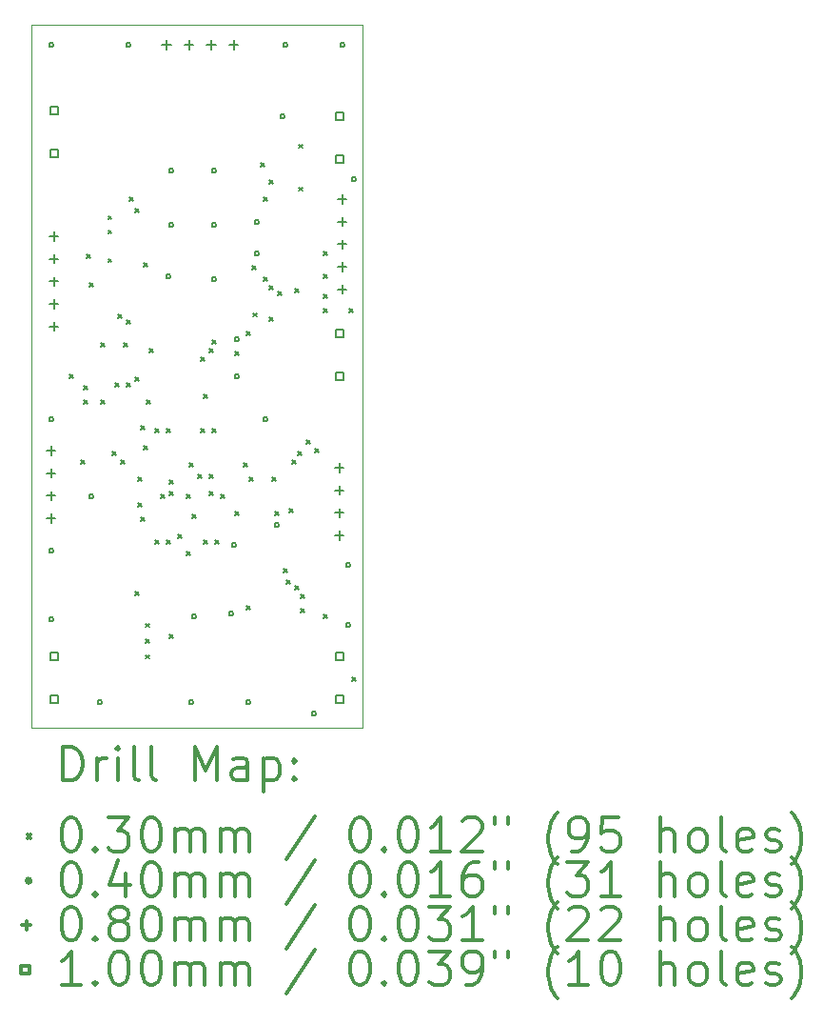
<source format=gbr>
%FSLAX45Y45*%
G04 Gerber Fmt 4.5, Leading zero omitted, Abs format (unit mm)*
G04 Created by KiCad (PCBNEW (5.1.5)-3) date 2021-07-14 18:19:28*
%MOMM*%
%LPD*%
G04 APERTURE LIST*
%TA.AperFunction,Profile*%
%ADD10C,0.050000*%
%TD*%
%ADD11C,0.200000*%
%ADD12C,0.300000*%
G04 APERTURE END LIST*
D10*
X13335000Y-7010400D02*
X13335000Y-13258800D01*
X16281400Y-7010400D02*
X13335000Y-7010400D01*
X16281400Y-13258800D02*
X16281400Y-7010400D01*
X13335000Y-13258800D02*
X16281400Y-13258800D01*
D11*
X13675600Y-10119600D02*
X13705600Y-10149600D01*
X13705600Y-10119600D02*
X13675600Y-10149600D01*
X13777200Y-10881600D02*
X13807200Y-10911600D01*
X13807200Y-10881600D02*
X13777200Y-10911600D01*
X13802600Y-10218900D02*
X13832600Y-10248900D01*
X13832600Y-10218900D02*
X13802600Y-10248900D01*
X13802600Y-10348200D02*
X13832600Y-10378200D01*
X13832600Y-10348200D02*
X13802600Y-10378200D01*
X13828000Y-9050500D02*
X13858000Y-9080500D01*
X13858000Y-9050500D02*
X13828000Y-9080500D01*
X13853400Y-9306800D02*
X13883400Y-9336800D01*
X13883400Y-9306800D02*
X13853400Y-9336800D01*
X13955000Y-9840200D02*
X13985000Y-9870200D01*
X13985000Y-9840200D02*
X13955000Y-9870200D01*
X13955000Y-10348200D02*
X13985000Y-10378200D01*
X13985000Y-10348200D02*
X13955000Y-10378200D01*
X14019400Y-8709900D02*
X14049400Y-8739900D01*
X14049400Y-8709900D02*
X14019400Y-8739900D01*
X14019400Y-8836900D02*
X14049400Y-8866900D01*
X14049400Y-8836900D02*
X14019400Y-8866900D01*
X14019400Y-9090900D02*
X14049400Y-9120900D01*
X14049400Y-9090900D02*
X14019400Y-9120900D01*
X14056600Y-10805400D02*
X14086600Y-10835400D01*
X14086600Y-10805400D02*
X14056600Y-10835400D01*
X14082000Y-10195800D02*
X14112000Y-10225800D01*
X14112000Y-10195800D02*
X14082000Y-10225800D01*
X14107400Y-9586200D02*
X14137400Y-9616200D01*
X14137400Y-9586200D02*
X14107400Y-9616200D01*
X14132800Y-10881600D02*
X14162800Y-10911600D01*
X14162800Y-10881600D02*
X14132800Y-10911600D01*
X14158200Y-9840200D02*
X14188200Y-9870200D01*
X14188200Y-9840200D02*
X14158200Y-9870200D01*
X14183600Y-9637000D02*
X14213600Y-9667000D01*
X14213600Y-9637000D02*
X14183600Y-9667000D01*
X14183600Y-10195800D02*
X14213600Y-10225800D01*
X14213600Y-10195800D02*
X14183600Y-10225800D01*
X14209000Y-8544800D02*
X14239000Y-8574800D01*
X14239000Y-8544800D02*
X14209000Y-8574800D01*
X14259800Y-8646400D02*
X14289800Y-8676400D01*
X14289800Y-8646400D02*
X14259800Y-8676400D01*
X14259800Y-10145000D02*
X14289800Y-10175000D01*
X14289800Y-10145000D02*
X14259800Y-10175000D01*
X14259800Y-12050000D02*
X14289800Y-12080000D01*
X14289800Y-12050000D02*
X14259800Y-12080000D01*
X14285200Y-11034000D02*
X14315200Y-11064000D01*
X14315200Y-11034000D02*
X14285200Y-11064000D01*
X14285200Y-11260300D02*
X14315200Y-11290300D01*
X14315200Y-11260300D02*
X14285200Y-11290300D01*
X14310600Y-10576800D02*
X14340600Y-10606800D01*
X14340600Y-10576800D02*
X14310600Y-10606800D01*
X14310600Y-11389600D02*
X14340600Y-11419600D01*
X14340600Y-11389600D02*
X14310600Y-11419600D01*
X14336000Y-9129000D02*
X14366000Y-9159000D01*
X14366000Y-9129000D02*
X14336000Y-9159000D01*
X14336000Y-10754600D02*
X14366000Y-10784600D01*
X14366000Y-10754600D02*
X14336000Y-10784600D01*
X14353700Y-12331400D02*
X14383700Y-12361400D01*
X14383700Y-12331400D02*
X14353700Y-12361400D01*
X14353700Y-12471280D02*
X14383700Y-12501280D01*
X14383700Y-12471280D02*
X14353700Y-12501280D01*
X14353700Y-12611280D02*
X14383700Y-12641280D01*
X14383700Y-12611280D02*
X14353700Y-12641280D01*
X14361400Y-10348200D02*
X14391400Y-10378200D01*
X14391400Y-10348200D02*
X14361400Y-10378200D01*
X14386800Y-9891000D02*
X14416800Y-9921000D01*
X14416800Y-9891000D02*
X14386800Y-9921000D01*
X14437600Y-10602200D02*
X14467600Y-10632200D01*
X14467600Y-10602200D02*
X14437600Y-10632200D01*
X14437600Y-11592800D02*
X14467600Y-11622800D01*
X14467600Y-11592800D02*
X14437600Y-11622800D01*
X14488400Y-11186400D02*
X14518400Y-11216400D01*
X14518400Y-11186400D02*
X14488400Y-11216400D01*
X14539200Y-10602200D02*
X14569200Y-10632200D01*
X14569200Y-10602200D02*
X14539200Y-10632200D01*
X14539200Y-11592800D02*
X14569200Y-11622800D01*
X14569200Y-11592800D02*
X14539200Y-11622800D01*
X14564600Y-11059400D02*
X14594600Y-11089400D01*
X14594600Y-11059400D02*
X14564600Y-11089400D01*
X14564600Y-11161000D02*
X14594600Y-11191000D01*
X14594600Y-11161000D02*
X14564600Y-11191000D01*
X14564600Y-12431000D02*
X14594600Y-12461000D01*
X14594600Y-12431000D02*
X14564600Y-12461000D01*
X14640800Y-11542000D02*
X14670800Y-11572000D01*
X14670800Y-11542000D02*
X14640800Y-11572000D01*
X14717000Y-11186400D02*
X14747000Y-11216400D01*
X14747000Y-11186400D02*
X14717000Y-11216400D01*
X14717000Y-11694400D02*
X14747000Y-11724400D01*
X14747000Y-11694400D02*
X14717000Y-11724400D01*
X14742400Y-10907000D02*
X14772400Y-10937000D01*
X14772400Y-10907000D02*
X14742400Y-10937000D01*
X14767800Y-11364200D02*
X14797800Y-11394200D01*
X14797800Y-11364200D02*
X14767800Y-11394200D01*
X14818600Y-11008600D02*
X14848600Y-11038600D01*
X14848600Y-11008600D02*
X14818600Y-11038600D01*
X14844000Y-9967200D02*
X14874000Y-9997200D01*
X14874000Y-9967200D02*
X14844000Y-9997200D01*
X14844000Y-10602200D02*
X14874000Y-10632200D01*
X14874000Y-10602200D02*
X14844000Y-10632200D01*
X14869400Y-10297400D02*
X14899400Y-10327400D01*
X14899400Y-10297400D02*
X14869400Y-10327400D01*
X14869400Y-11592800D02*
X14899400Y-11622800D01*
X14899400Y-11592800D02*
X14869400Y-11622800D01*
X14920200Y-9891000D02*
X14950200Y-9921000D01*
X14950200Y-9891000D02*
X14920200Y-9921000D01*
X14920200Y-11008600D02*
X14950200Y-11038600D01*
X14950200Y-11008600D02*
X14920200Y-11038600D01*
X14920200Y-11161000D02*
X14950200Y-11191000D01*
X14950200Y-11161000D02*
X14920200Y-11191000D01*
X14945600Y-9814800D02*
X14975600Y-9844800D01*
X14975600Y-9814800D02*
X14945600Y-9844800D01*
X14945600Y-10602200D02*
X14975600Y-10632200D01*
X14975600Y-10602200D02*
X14945600Y-10632200D01*
X14971000Y-11592800D02*
X15001000Y-11622800D01*
X15001000Y-11592800D02*
X14971000Y-11622800D01*
X15021800Y-11186400D02*
X15051800Y-11216400D01*
X15051800Y-11186400D02*
X15021800Y-11216400D01*
X15148800Y-9916400D02*
X15178800Y-9946400D01*
X15178800Y-9916400D02*
X15148800Y-9946400D01*
X15148800Y-11338800D02*
X15178800Y-11368800D01*
X15178800Y-11338800D02*
X15148800Y-11368800D01*
X15227300Y-10904700D02*
X15257300Y-10934700D01*
X15257300Y-10904700D02*
X15227300Y-10934700D01*
X15250400Y-9738600D02*
X15280400Y-9768600D01*
X15280400Y-9738600D02*
X15250400Y-9768600D01*
X15250400Y-12177000D02*
X15280400Y-12207000D01*
X15280400Y-12177000D02*
X15250400Y-12207000D01*
X15275800Y-11034000D02*
X15305800Y-11064000D01*
X15305800Y-11034000D02*
X15275800Y-11064000D01*
X15301200Y-9154400D02*
X15331200Y-9184400D01*
X15331200Y-9154400D02*
X15301200Y-9184400D01*
X15313900Y-9571900D02*
X15343900Y-9601900D01*
X15343900Y-9571900D02*
X15313900Y-9601900D01*
X15377400Y-8240000D02*
X15407400Y-8270000D01*
X15407400Y-8240000D02*
X15377400Y-8270000D01*
X15402800Y-8544800D02*
X15432800Y-8574800D01*
X15432800Y-8544800D02*
X15402800Y-8574800D01*
X15402800Y-9256000D02*
X15432800Y-9286000D01*
X15432800Y-9256000D02*
X15402800Y-9286000D01*
X15453600Y-8392400D02*
X15483600Y-8422400D01*
X15483600Y-8392400D02*
X15453600Y-8422400D01*
X15453600Y-9332200D02*
X15483600Y-9362200D01*
X15483600Y-9332200D02*
X15453600Y-9362200D01*
X15453600Y-9611600D02*
X15483600Y-9641600D01*
X15483600Y-9611600D02*
X15453600Y-9641600D01*
X15479000Y-11034000D02*
X15509000Y-11064000D01*
X15509000Y-11034000D02*
X15479000Y-11064000D01*
X15504400Y-11338800D02*
X15534400Y-11368800D01*
X15534400Y-11338800D02*
X15504400Y-11368800D01*
X15529800Y-9383000D02*
X15559800Y-9413000D01*
X15559800Y-9383000D02*
X15529800Y-9413000D01*
X15580600Y-11846800D02*
X15610600Y-11876800D01*
X15610600Y-11846800D02*
X15580600Y-11876800D01*
X15606000Y-11948400D02*
X15636000Y-11978400D01*
X15636000Y-11948400D02*
X15606000Y-11978400D01*
X15631400Y-11313400D02*
X15661400Y-11343400D01*
X15661400Y-11313400D02*
X15631400Y-11343400D01*
X15656800Y-10881600D02*
X15686800Y-10911600D01*
X15686800Y-10881600D02*
X15656800Y-10911600D01*
X15682200Y-9357600D02*
X15712200Y-9387600D01*
X15712200Y-9357600D02*
X15682200Y-9387600D01*
X15682200Y-11999200D02*
X15712200Y-12029200D01*
X15712200Y-11999200D02*
X15682200Y-12029200D01*
X15707600Y-10805400D02*
X15737600Y-10835400D01*
X15737600Y-10805400D02*
X15707600Y-10835400D01*
X15719400Y-8074900D02*
X15749400Y-8104900D01*
X15749400Y-8074900D02*
X15719400Y-8104900D01*
X15719400Y-8455900D02*
X15749400Y-8485900D01*
X15749400Y-8455900D02*
X15719400Y-8485900D01*
X15733000Y-12075400D02*
X15763000Y-12105400D01*
X15763000Y-12075400D02*
X15733000Y-12105400D01*
X15733000Y-12202400D02*
X15763000Y-12232400D01*
X15763000Y-12202400D02*
X15733000Y-12232400D01*
X15783800Y-10703800D02*
X15813800Y-10733800D01*
X15813800Y-10703800D02*
X15783800Y-10733800D01*
X15860000Y-10780000D02*
X15890000Y-10810000D01*
X15890000Y-10780000D02*
X15860000Y-10810000D01*
X15936200Y-9027400D02*
X15966200Y-9057400D01*
X15966200Y-9027400D02*
X15936200Y-9057400D01*
X15936200Y-9230600D02*
X15966200Y-9260600D01*
X15966200Y-9230600D02*
X15936200Y-9260600D01*
X15936200Y-9408400D02*
X15966200Y-9438400D01*
X15966200Y-9408400D02*
X15936200Y-9438400D01*
X15936200Y-9535400D02*
X15966200Y-9565400D01*
X15966200Y-9535400D02*
X15936200Y-9565400D01*
X15936200Y-12253200D02*
X15966200Y-12283200D01*
X15966200Y-12253200D02*
X15936200Y-12283200D01*
X16164800Y-9535400D02*
X16194800Y-9565400D01*
X16194800Y-9535400D02*
X16164800Y-9565400D01*
X16190200Y-12812000D02*
X16220200Y-12842000D01*
X16220200Y-12812000D02*
X16190200Y-12842000D01*
X13532800Y-7188200D02*
G75*
G03X13532800Y-7188200I-20000J0D01*
G01*
X13532800Y-10515600D02*
G75*
G03X13532800Y-10515600I-20000J0D01*
G01*
X13532800Y-11684000D02*
G75*
G03X13532800Y-11684000I-20000J0D01*
G01*
X13532800Y-12293600D02*
G75*
G03X13532800Y-12293600I-20000J0D01*
G01*
X13888400Y-11201400D02*
G75*
G03X13888400Y-11201400I-20000J0D01*
G01*
X13964600Y-13030200D02*
G75*
G03X13964600Y-13030200I-20000J0D01*
G01*
X14218600Y-7188200D02*
G75*
G03X14218600Y-7188200I-20000J0D01*
G01*
X14574200Y-9245600D02*
G75*
G03X14574200Y-9245600I-20000J0D01*
G01*
X14599600Y-8305800D02*
G75*
G03X14599600Y-8305800I-20000J0D01*
G01*
X14599600Y-8788400D02*
G75*
G03X14599600Y-8788400I-20000J0D01*
G01*
X14777400Y-13030200D02*
G75*
G03X14777400Y-13030200I-20000J0D01*
G01*
X14802800Y-12268200D02*
G75*
G03X14802800Y-12268200I-20000J0D01*
G01*
X14980600Y-8305800D02*
G75*
G03X14980600Y-8305800I-20000J0D01*
G01*
X14980600Y-8788400D02*
G75*
G03X14980600Y-8788400I-20000J0D01*
G01*
X14980600Y-9271000D02*
G75*
G03X14980600Y-9271000I-20000J0D01*
G01*
X15133000Y-12242800D02*
G75*
G03X15133000Y-12242800I-20000J0D01*
G01*
X15158400Y-11633200D02*
G75*
G03X15158400Y-11633200I-20000J0D01*
G01*
X15183800Y-9804400D02*
G75*
G03X15183800Y-9804400I-20000J0D01*
G01*
X15183800Y-10134600D02*
G75*
G03X15183800Y-10134600I-20000J0D01*
G01*
X15285400Y-13030200D02*
G75*
G03X15285400Y-13030200I-20000J0D01*
G01*
X15361600Y-8763000D02*
G75*
G03X15361600Y-8763000I-20000J0D01*
G01*
X15361600Y-9042400D02*
G75*
G03X15361600Y-9042400I-20000J0D01*
G01*
X15437800Y-10515600D02*
G75*
G03X15437800Y-10515600I-20000J0D01*
G01*
X15539400Y-11455400D02*
G75*
G03X15539400Y-11455400I-20000J0D01*
G01*
X15590200Y-7823200D02*
G75*
G03X15590200Y-7823200I-20000J0D01*
G01*
X15615600Y-7188200D02*
G75*
G03X15615600Y-7188200I-20000J0D01*
G01*
X15869600Y-13131800D02*
G75*
G03X15869600Y-13131800I-20000J0D01*
G01*
X16123600Y-7188200D02*
G75*
G03X16123600Y-7188200I-20000J0D01*
G01*
X16174400Y-11811000D02*
G75*
G03X16174400Y-11811000I-20000J0D01*
G01*
X16174400Y-12344400D02*
G75*
G03X16174400Y-12344400I-20000J0D01*
G01*
X16225200Y-8382000D02*
G75*
G03X16225200Y-8382000I-20000J0D01*
G01*
X16078200Y-10907400D02*
X16078200Y-10987400D01*
X16038200Y-10947400D02*
X16118200Y-10947400D01*
X16078200Y-11107400D02*
X16078200Y-11187400D01*
X16038200Y-11147400D02*
X16118200Y-11147400D01*
X16078200Y-11307400D02*
X16078200Y-11387400D01*
X16038200Y-11347400D02*
X16118200Y-11347400D01*
X16078200Y-11507400D02*
X16078200Y-11587400D01*
X16038200Y-11547400D02*
X16118200Y-11547400D01*
X13512800Y-10755000D02*
X13512800Y-10835000D01*
X13472800Y-10795000D02*
X13552800Y-10795000D01*
X13512800Y-10955000D02*
X13512800Y-11035000D01*
X13472800Y-10995000D02*
X13552800Y-10995000D01*
X13512800Y-11155000D02*
X13512800Y-11235000D01*
X13472800Y-11195000D02*
X13552800Y-11195000D01*
X13512800Y-11355000D02*
X13512800Y-11435000D01*
X13472800Y-11395000D02*
X13552800Y-11395000D01*
X16103600Y-8519800D02*
X16103600Y-8599800D01*
X16063600Y-8559800D02*
X16143600Y-8559800D01*
X16103600Y-8719800D02*
X16103600Y-8799800D01*
X16063600Y-8759800D02*
X16143600Y-8759800D01*
X16103600Y-8919800D02*
X16103600Y-8999800D01*
X16063600Y-8959800D02*
X16143600Y-8959800D01*
X16103600Y-9119800D02*
X16103600Y-9199800D01*
X16063600Y-9159800D02*
X16143600Y-9159800D01*
X16103600Y-9319800D02*
X16103600Y-9399800D01*
X16063600Y-9359800D02*
X16143600Y-9359800D01*
X13538200Y-8850000D02*
X13538200Y-8930000D01*
X13498200Y-8890000D02*
X13578200Y-8890000D01*
X13538200Y-9050000D02*
X13538200Y-9130000D01*
X13498200Y-9090000D02*
X13578200Y-9090000D01*
X13538200Y-9250000D02*
X13538200Y-9330000D01*
X13498200Y-9290000D02*
X13578200Y-9290000D01*
X13538200Y-9450000D02*
X13538200Y-9530000D01*
X13498200Y-9490000D02*
X13578200Y-9490000D01*
X13538200Y-9650000D02*
X13538200Y-9730000D01*
X13498200Y-9690000D02*
X13578200Y-9690000D01*
X14538400Y-7148200D02*
X14538400Y-7228200D01*
X14498400Y-7188200D02*
X14578400Y-7188200D01*
X14738400Y-7148200D02*
X14738400Y-7228200D01*
X14698400Y-7188200D02*
X14778400Y-7188200D01*
X14938400Y-7148200D02*
X14938400Y-7228200D01*
X14898400Y-7188200D02*
X14978400Y-7188200D01*
X15138400Y-7148200D02*
X15138400Y-7228200D01*
X15098400Y-7188200D02*
X15178400Y-7188200D01*
X13573582Y-12659182D02*
X13573582Y-12588417D01*
X13502817Y-12588417D01*
X13502817Y-12659182D01*
X13573582Y-12659182D01*
X13573582Y-13040182D02*
X13573582Y-12969417D01*
X13502817Y-12969417D01*
X13502817Y-13040182D01*
X13573582Y-13040182D01*
X13573582Y-7807782D02*
X13573582Y-7737017D01*
X13502817Y-7737017D01*
X13502817Y-7807782D01*
X13573582Y-7807782D01*
X13573582Y-8188782D02*
X13573582Y-8118017D01*
X13502817Y-8118017D01*
X13502817Y-8188782D01*
X13573582Y-8188782D01*
X16113582Y-7858582D02*
X16113582Y-7787817D01*
X16042817Y-7787817D01*
X16042817Y-7858582D01*
X16113582Y-7858582D01*
X16113582Y-8239582D02*
X16113582Y-8168817D01*
X16042817Y-8168817D01*
X16042817Y-8239582D01*
X16113582Y-8239582D01*
X16113582Y-9788983D02*
X16113582Y-9718218D01*
X16042817Y-9718218D01*
X16042817Y-9788983D01*
X16113582Y-9788983D01*
X16113582Y-10169983D02*
X16113582Y-10099218D01*
X16042817Y-10099218D01*
X16042817Y-10169983D01*
X16113582Y-10169983D01*
X16113582Y-12659182D02*
X16113582Y-12588417D01*
X16042817Y-12588417D01*
X16042817Y-12659182D01*
X16113582Y-12659182D01*
X16113582Y-13040182D02*
X16113582Y-12969417D01*
X16042817Y-12969417D01*
X16042817Y-13040182D01*
X16113582Y-13040182D01*
D12*
X13618928Y-13727014D02*
X13618928Y-13427014D01*
X13690357Y-13427014D01*
X13733214Y-13441300D01*
X13761786Y-13469871D01*
X13776071Y-13498443D01*
X13790357Y-13555586D01*
X13790357Y-13598443D01*
X13776071Y-13655586D01*
X13761786Y-13684157D01*
X13733214Y-13712729D01*
X13690357Y-13727014D01*
X13618928Y-13727014D01*
X13918928Y-13727014D02*
X13918928Y-13527014D01*
X13918928Y-13584157D02*
X13933214Y-13555586D01*
X13947500Y-13541300D01*
X13976071Y-13527014D01*
X14004643Y-13527014D01*
X14104643Y-13727014D02*
X14104643Y-13527014D01*
X14104643Y-13427014D02*
X14090357Y-13441300D01*
X14104643Y-13455586D01*
X14118928Y-13441300D01*
X14104643Y-13427014D01*
X14104643Y-13455586D01*
X14290357Y-13727014D02*
X14261786Y-13712729D01*
X14247500Y-13684157D01*
X14247500Y-13427014D01*
X14447500Y-13727014D02*
X14418928Y-13712729D01*
X14404643Y-13684157D01*
X14404643Y-13427014D01*
X14790357Y-13727014D02*
X14790357Y-13427014D01*
X14890357Y-13641300D01*
X14990357Y-13427014D01*
X14990357Y-13727014D01*
X15261786Y-13727014D02*
X15261786Y-13569871D01*
X15247500Y-13541300D01*
X15218928Y-13527014D01*
X15161786Y-13527014D01*
X15133214Y-13541300D01*
X15261786Y-13712729D02*
X15233214Y-13727014D01*
X15161786Y-13727014D01*
X15133214Y-13712729D01*
X15118928Y-13684157D01*
X15118928Y-13655586D01*
X15133214Y-13627014D01*
X15161786Y-13612729D01*
X15233214Y-13612729D01*
X15261786Y-13598443D01*
X15404643Y-13527014D02*
X15404643Y-13827014D01*
X15404643Y-13541300D02*
X15433214Y-13527014D01*
X15490357Y-13527014D01*
X15518928Y-13541300D01*
X15533214Y-13555586D01*
X15547500Y-13584157D01*
X15547500Y-13669871D01*
X15533214Y-13698443D01*
X15518928Y-13712729D01*
X15490357Y-13727014D01*
X15433214Y-13727014D01*
X15404643Y-13712729D01*
X15676071Y-13698443D02*
X15690357Y-13712729D01*
X15676071Y-13727014D01*
X15661786Y-13712729D01*
X15676071Y-13698443D01*
X15676071Y-13727014D01*
X15676071Y-13541300D02*
X15690357Y-13555586D01*
X15676071Y-13569871D01*
X15661786Y-13555586D01*
X15676071Y-13541300D01*
X15676071Y-13569871D01*
X13302500Y-14206300D02*
X13332500Y-14236300D01*
X13332500Y-14206300D02*
X13302500Y-14236300D01*
X13676071Y-14057014D02*
X13704643Y-14057014D01*
X13733214Y-14071300D01*
X13747500Y-14085586D01*
X13761786Y-14114157D01*
X13776071Y-14171300D01*
X13776071Y-14242729D01*
X13761786Y-14299871D01*
X13747500Y-14328443D01*
X13733214Y-14342729D01*
X13704643Y-14357014D01*
X13676071Y-14357014D01*
X13647500Y-14342729D01*
X13633214Y-14328443D01*
X13618928Y-14299871D01*
X13604643Y-14242729D01*
X13604643Y-14171300D01*
X13618928Y-14114157D01*
X13633214Y-14085586D01*
X13647500Y-14071300D01*
X13676071Y-14057014D01*
X13904643Y-14328443D02*
X13918928Y-14342729D01*
X13904643Y-14357014D01*
X13890357Y-14342729D01*
X13904643Y-14328443D01*
X13904643Y-14357014D01*
X14018928Y-14057014D02*
X14204643Y-14057014D01*
X14104643Y-14171300D01*
X14147500Y-14171300D01*
X14176071Y-14185586D01*
X14190357Y-14199871D01*
X14204643Y-14228443D01*
X14204643Y-14299871D01*
X14190357Y-14328443D01*
X14176071Y-14342729D01*
X14147500Y-14357014D01*
X14061786Y-14357014D01*
X14033214Y-14342729D01*
X14018928Y-14328443D01*
X14390357Y-14057014D02*
X14418928Y-14057014D01*
X14447500Y-14071300D01*
X14461786Y-14085586D01*
X14476071Y-14114157D01*
X14490357Y-14171300D01*
X14490357Y-14242729D01*
X14476071Y-14299871D01*
X14461786Y-14328443D01*
X14447500Y-14342729D01*
X14418928Y-14357014D01*
X14390357Y-14357014D01*
X14361786Y-14342729D01*
X14347500Y-14328443D01*
X14333214Y-14299871D01*
X14318928Y-14242729D01*
X14318928Y-14171300D01*
X14333214Y-14114157D01*
X14347500Y-14085586D01*
X14361786Y-14071300D01*
X14390357Y-14057014D01*
X14618928Y-14357014D02*
X14618928Y-14157014D01*
X14618928Y-14185586D02*
X14633214Y-14171300D01*
X14661786Y-14157014D01*
X14704643Y-14157014D01*
X14733214Y-14171300D01*
X14747500Y-14199871D01*
X14747500Y-14357014D01*
X14747500Y-14199871D02*
X14761786Y-14171300D01*
X14790357Y-14157014D01*
X14833214Y-14157014D01*
X14861786Y-14171300D01*
X14876071Y-14199871D01*
X14876071Y-14357014D01*
X15018928Y-14357014D02*
X15018928Y-14157014D01*
X15018928Y-14185586D02*
X15033214Y-14171300D01*
X15061786Y-14157014D01*
X15104643Y-14157014D01*
X15133214Y-14171300D01*
X15147500Y-14199871D01*
X15147500Y-14357014D01*
X15147500Y-14199871D02*
X15161786Y-14171300D01*
X15190357Y-14157014D01*
X15233214Y-14157014D01*
X15261786Y-14171300D01*
X15276071Y-14199871D01*
X15276071Y-14357014D01*
X15861786Y-14042729D02*
X15604643Y-14428443D01*
X16247500Y-14057014D02*
X16276071Y-14057014D01*
X16304643Y-14071300D01*
X16318928Y-14085586D01*
X16333214Y-14114157D01*
X16347500Y-14171300D01*
X16347500Y-14242729D01*
X16333214Y-14299871D01*
X16318928Y-14328443D01*
X16304643Y-14342729D01*
X16276071Y-14357014D01*
X16247500Y-14357014D01*
X16218928Y-14342729D01*
X16204643Y-14328443D01*
X16190357Y-14299871D01*
X16176071Y-14242729D01*
X16176071Y-14171300D01*
X16190357Y-14114157D01*
X16204643Y-14085586D01*
X16218928Y-14071300D01*
X16247500Y-14057014D01*
X16476071Y-14328443D02*
X16490357Y-14342729D01*
X16476071Y-14357014D01*
X16461786Y-14342729D01*
X16476071Y-14328443D01*
X16476071Y-14357014D01*
X16676071Y-14057014D02*
X16704643Y-14057014D01*
X16733214Y-14071300D01*
X16747500Y-14085586D01*
X16761786Y-14114157D01*
X16776071Y-14171300D01*
X16776071Y-14242729D01*
X16761786Y-14299871D01*
X16747500Y-14328443D01*
X16733214Y-14342729D01*
X16704643Y-14357014D01*
X16676071Y-14357014D01*
X16647500Y-14342729D01*
X16633214Y-14328443D01*
X16618928Y-14299871D01*
X16604643Y-14242729D01*
X16604643Y-14171300D01*
X16618928Y-14114157D01*
X16633214Y-14085586D01*
X16647500Y-14071300D01*
X16676071Y-14057014D01*
X17061786Y-14357014D02*
X16890357Y-14357014D01*
X16976071Y-14357014D02*
X16976071Y-14057014D01*
X16947500Y-14099871D01*
X16918928Y-14128443D01*
X16890357Y-14142729D01*
X17176071Y-14085586D02*
X17190357Y-14071300D01*
X17218928Y-14057014D01*
X17290357Y-14057014D01*
X17318928Y-14071300D01*
X17333214Y-14085586D01*
X17347500Y-14114157D01*
X17347500Y-14142729D01*
X17333214Y-14185586D01*
X17161786Y-14357014D01*
X17347500Y-14357014D01*
X17461786Y-14057014D02*
X17461786Y-14114157D01*
X17576071Y-14057014D02*
X17576071Y-14114157D01*
X18018928Y-14471300D02*
X18004643Y-14457014D01*
X17976071Y-14414157D01*
X17961786Y-14385586D01*
X17947500Y-14342729D01*
X17933214Y-14271300D01*
X17933214Y-14214157D01*
X17947500Y-14142729D01*
X17961786Y-14099871D01*
X17976071Y-14071300D01*
X18004643Y-14028443D01*
X18018928Y-14014157D01*
X18147500Y-14357014D02*
X18204643Y-14357014D01*
X18233214Y-14342729D01*
X18247500Y-14328443D01*
X18276071Y-14285586D01*
X18290357Y-14228443D01*
X18290357Y-14114157D01*
X18276071Y-14085586D01*
X18261786Y-14071300D01*
X18233214Y-14057014D01*
X18176071Y-14057014D01*
X18147500Y-14071300D01*
X18133214Y-14085586D01*
X18118928Y-14114157D01*
X18118928Y-14185586D01*
X18133214Y-14214157D01*
X18147500Y-14228443D01*
X18176071Y-14242729D01*
X18233214Y-14242729D01*
X18261786Y-14228443D01*
X18276071Y-14214157D01*
X18290357Y-14185586D01*
X18561786Y-14057014D02*
X18418928Y-14057014D01*
X18404643Y-14199871D01*
X18418928Y-14185586D01*
X18447500Y-14171300D01*
X18518928Y-14171300D01*
X18547500Y-14185586D01*
X18561786Y-14199871D01*
X18576071Y-14228443D01*
X18576071Y-14299871D01*
X18561786Y-14328443D01*
X18547500Y-14342729D01*
X18518928Y-14357014D01*
X18447500Y-14357014D01*
X18418928Y-14342729D01*
X18404643Y-14328443D01*
X18933214Y-14357014D02*
X18933214Y-14057014D01*
X19061786Y-14357014D02*
X19061786Y-14199871D01*
X19047500Y-14171300D01*
X19018928Y-14157014D01*
X18976071Y-14157014D01*
X18947500Y-14171300D01*
X18933214Y-14185586D01*
X19247500Y-14357014D02*
X19218928Y-14342729D01*
X19204643Y-14328443D01*
X19190357Y-14299871D01*
X19190357Y-14214157D01*
X19204643Y-14185586D01*
X19218928Y-14171300D01*
X19247500Y-14157014D01*
X19290357Y-14157014D01*
X19318928Y-14171300D01*
X19333214Y-14185586D01*
X19347500Y-14214157D01*
X19347500Y-14299871D01*
X19333214Y-14328443D01*
X19318928Y-14342729D01*
X19290357Y-14357014D01*
X19247500Y-14357014D01*
X19518928Y-14357014D02*
X19490357Y-14342729D01*
X19476071Y-14314157D01*
X19476071Y-14057014D01*
X19747500Y-14342729D02*
X19718928Y-14357014D01*
X19661786Y-14357014D01*
X19633214Y-14342729D01*
X19618928Y-14314157D01*
X19618928Y-14199871D01*
X19633214Y-14171300D01*
X19661786Y-14157014D01*
X19718928Y-14157014D01*
X19747500Y-14171300D01*
X19761786Y-14199871D01*
X19761786Y-14228443D01*
X19618928Y-14257014D01*
X19876071Y-14342729D02*
X19904643Y-14357014D01*
X19961786Y-14357014D01*
X19990357Y-14342729D01*
X20004643Y-14314157D01*
X20004643Y-14299871D01*
X19990357Y-14271300D01*
X19961786Y-14257014D01*
X19918928Y-14257014D01*
X19890357Y-14242729D01*
X19876071Y-14214157D01*
X19876071Y-14199871D01*
X19890357Y-14171300D01*
X19918928Y-14157014D01*
X19961786Y-14157014D01*
X19990357Y-14171300D01*
X20104643Y-14471300D02*
X20118928Y-14457014D01*
X20147500Y-14414157D01*
X20161786Y-14385586D01*
X20176071Y-14342729D01*
X20190357Y-14271300D01*
X20190357Y-14214157D01*
X20176071Y-14142729D01*
X20161786Y-14099871D01*
X20147500Y-14071300D01*
X20118928Y-14028443D01*
X20104643Y-14014157D01*
X13332500Y-14617300D02*
G75*
G03X13332500Y-14617300I-20000J0D01*
G01*
X13676071Y-14453014D02*
X13704643Y-14453014D01*
X13733214Y-14467300D01*
X13747500Y-14481586D01*
X13761786Y-14510157D01*
X13776071Y-14567300D01*
X13776071Y-14638729D01*
X13761786Y-14695871D01*
X13747500Y-14724443D01*
X13733214Y-14738729D01*
X13704643Y-14753014D01*
X13676071Y-14753014D01*
X13647500Y-14738729D01*
X13633214Y-14724443D01*
X13618928Y-14695871D01*
X13604643Y-14638729D01*
X13604643Y-14567300D01*
X13618928Y-14510157D01*
X13633214Y-14481586D01*
X13647500Y-14467300D01*
X13676071Y-14453014D01*
X13904643Y-14724443D02*
X13918928Y-14738729D01*
X13904643Y-14753014D01*
X13890357Y-14738729D01*
X13904643Y-14724443D01*
X13904643Y-14753014D01*
X14176071Y-14553014D02*
X14176071Y-14753014D01*
X14104643Y-14438729D02*
X14033214Y-14653014D01*
X14218928Y-14653014D01*
X14390357Y-14453014D02*
X14418928Y-14453014D01*
X14447500Y-14467300D01*
X14461786Y-14481586D01*
X14476071Y-14510157D01*
X14490357Y-14567300D01*
X14490357Y-14638729D01*
X14476071Y-14695871D01*
X14461786Y-14724443D01*
X14447500Y-14738729D01*
X14418928Y-14753014D01*
X14390357Y-14753014D01*
X14361786Y-14738729D01*
X14347500Y-14724443D01*
X14333214Y-14695871D01*
X14318928Y-14638729D01*
X14318928Y-14567300D01*
X14333214Y-14510157D01*
X14347500Y-14481586D01*
X14361786Y-14467300D01*
X14390357Y-14453014D01*
X14618928Y-14753014D02*
X14618928Y-14553014D01*
X14618928Y-14581586D02*
X14633214Y-14567300D01*
X14661786Y-14553014D01*
X14704643Y-14553014D01*
X14733214Y-14567300D01*
X14747500Y-14595871D01*
X14747500Y-14753014D01*
X14747500Y-14595871D02*
X14761786Y-14567300D01*
X14790357Y-14553014D01*
X14833214Y-14553014D01*
X14861786Y-14567300D01*
X14876071Y-14595871D01*
X14876071Y-14753014D01*
X15018928Y-14753014D02*
X15018928Y-14553014D01*
X15018928Y-14581586D02*
X15033214Y-14567300D01*
X15061786Y-14553014D01*
X15104643Y-14553014D01*
X15133214Y-14567300D01*
X15147500Y-14595871D01*
X15147500Y-14753014D01*
X15147500Y-14595871D02*
X15161786Y-14567300D01*
X15190357Y-14553014D01*
X15233214Y-14553014D01*
X15261786Y-14567300D01*
X15276071Y-14595871D01*
X15276071Y-14753014D01*
X15861786Y-14438729D02*
X15604643Y-14824443D01*
X16247500Y-14453014D02*
X16276071Y-14453014D01*
X16304643Y-14467300D01*
X16318928Y-14481586D01*
X16333214Y-14510157D01*
X16347500Y-14567300D01*
X16347500Y-14638729D01*
X16333214Y-14695871D01*
X16318928Y-14724443D01*
X16304643Y-14738729D01*
X16276071Y-14753014D01*
X16247500Y-14753014D01*
X16218928Y-14738729D01*
X16204643Y-14724443D01*
X16190357Y-14695871D01*
X16176071Y-14638729D01*
X16176071Y-14567300D01*
X16190357Y-14510157D01*
X16204643Y-14481586D01*
X16218928Y-14467300D01*
X16247500Y-14453014D01*
X16476071Y-14724443D02*
X16490357Y-14738729D01*
X16476071Y-14753014D01*
X16461786Y-14738729D01*
X16476071Y-14724443D01*
X16476071Y-14753014D01*
X16676071Y-14453014D02*
X16704643Y-14453014D01*
X16733214Y-14467300D01*
X16747500Y-14481586D01*
X16761786Y-14510157D01*
X16776071Y-14567300D01*
X16776071Y-14638729D01*
X16761786Y-14695871D01*
X16747500Y-14724443D01*
X16733214Y-14738729D01*
X16704643Y-14753014D01*
X16676071Y-14753014D01*
X16647500Y-14738729D01*
X16633214Y-14724443D01*
X16618928Y-14695871D01*
X16604643Y-14638729D01*
X16604643Y-14567300D01*
X16618928Y-14510157D01*
X16633214Y-14481586D01*
X16647500Y-14467300D01*
X16676071Y-14453014D01*
X17061786Y-14753014D02*
X16890357Y-14753014D01*
X16976071Y-14753014D02*
X16976071Y-14453014D01*
X16947500Y-14495871D01*
X16918928Y-14524443D01*
X16890357Y-14538729D01*
X17318928Y-14453014D02*
X17261786Y-14453014D01*
X17233214Y-14467300D01*
X17218928Y-14481586D01*
X17190357Y-14524443D01*
X17176071Y-14581586D01*
X17176071Y-14695871D01*
X17190357Y-14724443D01*
X17204643Y-14738729D01*
X17233214Y-14753014D01*
X17290357Y-14753014D01*
X17318928Y-14738729D01*
X17333214Y-14724443D01*
X17347500Y-14695871D01*
X17347500Y-14624443D01*
X17333214Y-14595871D01*
X17318928Y-14581586D01*
X17290357Y-14567300D01*
X17233214Y-14567300D01*
X17204643Y-14581586D01*
X17190357Y-14595871D01*
X17176071Y-14624443D01*
X17461786Y-14453014D02*
X17461786Y-14510157D01*
X17576071Y-14453014D02*
X17576071Y-14510157D01*
X18018928Y-14867300D02*
X18004643Y-14853014D01*
X17976071Y-14810157D01*
X17961786Y-14781586D01*
X17947500Y-14738729D01*
X17933214Y-14667300D01*
X17933214Y-14610157D01*
X17947500Y-14538729D01*
X17961786Y-14495871D01*
X17976071Y-14467300D01*
X18004643Y-14424443D01*
X18018928Y-14410157D01*
X18104643Y-14453014D02*
X18290357Y-14453014D01*
X18190357Y-14567300D01*
X18233214Y-14567300D01*
X18261786Y-14581586D01*
X18276071Y-14595871D01*
X18290357Y-14624443D01*
X18290357Y-14695871D01*
X18276071Y-14724443D01*
X18261786Y-14738729D01*
X18233214Y-14753014D01*
X18147500Y-14753014D01*
X18118928Y-14738729D01*
X18104643Y-14724443D01*
X18576071Y-14753014D02*
X18404643Y-14753014D01*
X18490357Y-14753014D02*
X18490357Y-14453014D01*
X18461786Y-14495871D01*
X18433214Y-14524443D01*
X18404643Y-14538729D01*
X18933214Y-14753014D02*
X18933214Y-14453014D01*
X19061786Y-14753014D02*
X19061786Y-14595871D01*
X19047500Y-14567300D01*
X19018928Y-14553014D01*
X18976071Y-14553014D01*
X18947500Y-14567300D01*
X18933214Y-14581586D01*
X19247500Y-14753014D02*
X19218928Y-14738729D01*
X19204643Y-14724443D01*
X19190357Y-14695871D01*
X19190357Y-14610157D01*
X19204643Y-14581586D01*
X19218928Y-14567300D01*
X19247500Y-14553014D01*
X19290357Y-14553014D01*
X19318928Y-14567300D01*
X19333214Y-14581586D01*
X19347500Y-14610157D01*
X19347500Y-14695871D01*
X19333214Y-14724443D01*
X19318928Y-14738729D01*
X19290357Y-14753014D01*
X19247500Y-14753014D01*
X19518928Y-14753014D02*
X19490357Y-14738729D01*
X19476071Y-14710157D01*
X19476071Y-14453014D01*
X19747500Y-14738729D02*
X19718928Y-14753014D01*
X19661786Y-14753014D01*
X19633214Y-14738729D01*
X19618928Y-14710157D01*
X19618928Y-14595871D01*
X19633214Y-14567300D01*
X19661786Y-14553014D01*
X19718928Y-14553014D01*
X19747500Y-14567300D01*
X19761786Y-14595871D01*
X19761786Y-14624443D01*
X19618928Y-14653014D01*
X19876071Y-14738729D02*
X19904643Y-14753014D01*
X19961786Y-14753014D01*
X19990357Y-14738729D01*
X20004643Y-14710157D01*
X20004643Y-14695871D01*
X19990357Y-14667300D01*
X19961786Y-14653014D01*
X19918928Y-14653014D01*
X19890357Y-14638729D01*
X19876071Y-14610157D01*
X19876071Y-14595871D01*
X19890357Y-14567300D01*
X19918928Y-14553014D01*
X19961786Y-14553014D01*
X19990357Y-14567300D01*
X20104643Y-14867300D02*
X20118928Y-14853014D01*
X20147500Y-14810157D01*
X20161786Y-14781586D01*
X20176071Y-14738729D01*
X20190357Y-14667300D01*
X20190357Y-14610157D01*
X20176071Y-14538729D01*
X20161786Y-14495871D01*
X20147500Y-14467300D01*
X20118928Y-14424443D01*
X20104643Y-14410157D01*
X13292500Y-14973300D02*
X13292500Y-15053300D01*
X13252500Y-15013300D02*
X13332500Y-15013300D01*
X13676071Y-14849014D02*
X13704643Y-14849014D01*
X13733214Y-14863300D01*
X13747500Y-14877586D01*
X13761786Y-14906157D01*
X13776071Y-14963300D01*
X13776071Y-15034729D01*
X13761786Y-15091871D01*
X13747500Y-15120443D01*
X13733214Y-15134729D01*
X13704643Y-15149014D01*
X13676071Y-15149014D01*
X13647500Y-15134729D01*
X13633214Y-15120443D01*
X13618928Y-15091871D01*
X13604643Y-15034729D01*
X13604643Y-14963300D01*
X13618928Y-14906157D01*
X13633214Y-14877586D01*
X13647500Y-14863300D01*
X13676071Y-14849014D01*
X13904643Y-15120443D02*
X13918928Y-15134729D01*
X13904643Y-15149014D01*
X13890357Y-15134729D01*
X13904643Y-15120443D01*
X13904643Y-15149014D01*
X14090357Y-14977586D02*
X14061786Y-14963300D01*
X14047500Y-14949014D01*
X14033214Y-14920443D01*
X14033214Y-14906157D01*
X14047500Y-14877586D01*
X14061786Y-14863300D01*
X14090357Y-14849014D01*
X14147500Y-14849014D01*
X14176071Y-14863300D01*
X14190357Y-14877586D01*
X14204643Y-14906157D01*
X14204643Y-14920443D01*
X14190357Y-14949014D01*
X14176071Y-14963300D01*
X14147500Y-14977586D01*
X14090357Y-14977586D01*
X14061786Y-14991871D01*
X14047500Y-15006157D01*
X14033214Y-15034729D01*
X14033214Y-15091871D01*
X14047500Y-15120443D01*
X14061786Y-15134729D01*
X14090357Y-15149014D01*
X14147500Y-15149014D01*
X14176071Y-15134729D01*
X14190357Y-15120443D01*
X14204643Y-15091871D01*
X14204643Y-15034729D01*
X14190357Y-15006157D01*
X14176071Y-14991871D01*
X14147500Y-14977586D01*
X14390357Y-14849014D02*
X14418928Y-14849014D01*
X14447500Y-14863300D01*
X14461786Y-14877586D01*
X14476071Y-14906157D01*
X14490357Y-14963300D01*
X14490357Y-15034729D01*
X14476071Y-15091871D01*
X14461786Y-15120443D01*
X14447500Y-15134729D01*
X14418928Y-15149014D01*
X14390357Y-15149014D01*
X14361786Y-15134729D01*
X14347500Y-15120443D01*
X14333214Y-15091871D01*
X14318928Y-15034729D01*
X14318928Y-14963300D01*
X14333214Y-14906157D01*
X14347500Y-14877586D01*
X14361786Y-14863300D01*
X14390357Y-14849014D01*
X14618928Y-15149014D02*
X14618928Y-14949014D01*
X14618928Y-14977586D02*
X14633214Y-14963300D01*
X14661786Y-14949014D01*
X14704643Y-14949014D01*
X14733214Y-14963300D01*
X14747500Y-14991871D01*
X14747500Y-15149014D01*
X14747500Y-14991871D02*
X14761786Y-14963300D01*
X14790357Y-14949014D01*
X14833214Y-14949014D01*
X14861786Y-14963300D01*
X14876071Y-14991871D01*
X14876071Y-15149014D01*
X15018928Y-15149014D02*
X15018928Y-14949014D01*
X15018928Y-14977586D02*
X15033214Y-14963300D01*
X15061786Y-14949014D01*
X15104643Y-14949014D01*
X15133214Y-14963300D01*
X15147500Y-14991871D01*
X15147500Y-15149014D01*
X15147500Y-14991871D02*
X15161786Y-14963300D01*
X15190357Y-14949014D01*
X15233214Y-14949014D01*
X15261786Y-14963300D01*
X15276071Y-14991871D01*
X15276071Y-15149014D01*
X15861786Y-14834729D02*
X15604643Y-15220443D01*
X16247500Y-14849014D02*
X16276071Y-14849014D01*
X16304643Y-14863300D01*
X16318928Y-14877586D01*
X16333214Y-14906157D01*
X16347500Y-14963300D01*
X16347500Y-15034729D01*
X16333214Y-15091871D01*
X16318928Y-15120443D01*
X16304643Y-15134729D01*
X16276071Y-15149014D01*
X16247500Y-15149014D01*
X16218928Y-15134729D01*
X16204643Y-15120443D01*
X16190357Y-15091871D01*
X16176071Y-15034729D01*
X16176071Y-14963300D01*
X16190357Y-14906157D01*
X16204643Y-14877586D01*
X16218928Y-14863300D01*
X16247500Y-14849014D01*
X16476071Y-15120443D02*
X16490357Y-15134729D01*
X16476071Y-15149014D01*
X16461786Y-15134729D01*
X16476071Y-15120443D01*
X16476071Y-15149014D01*
X16676071Y-14849014D02*
X16704643Y-14849014D01*
X16733214Y-14863300D01*
X16747500Y-14877586D01*
X16761786Y-14906157D01*
X16776071Y-14963300D01*
X16776071Y-15034729D01*
X16761786Y-15091871D01*
X16747500Y-15120443D01*
X16733214Y-15134729D01*
X16704643Y-15149014D01*
X16676071Y-15149014D01*
X16647500Y-15134729D01*
X16633214Y-15120443D01*
X16618928Y-15091871D01*
X16604643Y-15034729D01*
X16604643Y-14963300D01*
X16618928Y-14906157D01*
X16633214Y-14877586D01*
X16647500Y-14863300D01*
X16676071Y-14849014D01*
X16876071Y-14849014D02*
X17061786Y-14849014D01*
X16961786Y-14963300D01*
X17004643Y-14963300D01*
X17033214Y-14977586D01*
X17047500Y-14991871D01*
X17061786Y-15020443D01*
X17061786Y-15091871D01*
X17047500Y-15120443D01*
X17033214Y-15134729D01*
X17004643Y-15149014D01*
X16918928Y-15149014D01*
X16890357Y-15134729D01*
X16876071Y-15120443D01*
X17347500Y-15149014D02*
X17176071Y-15149014D01*
X17261786Y-15149014D02*
X17261786Y-14849014D01*
X17233214Y-14891871D01*
X17204643Y-14920443D01*
X17176071Y-14934729D01*
X17461786Y-14849014D02*
X17461786Y-14906157D01*
X17576071Y-14849014D02*
X17576071Y-14906157D01*
X18018928Y-15263300D02*
X18004643Y-15249014D01*
X17976071Y-15206157D01*
X17961786Y-15177586D01*
X17947500Y-15134729D01*
X17933214Y-15063300D01*
X17933214Y-15006157D01*
X17947500Y-14934729D01*
X17961786Y-14891871D01*
X17976071Y-14863300D01*
X18004643Y-14820443D01*
X18018928Y-14806157D01*
X18118928Y-14877586D02*
X18133214Y-14863300D01*
X18161786Y-14849014D01*
X18233214Y-14849014D01*
X18261786Y-14863300D01*
X18276071Y-14877586D01*
X18290357Y-14906157D01*
X18290357Y-14934729D01*
X18276071Y-14977586D01*
X18104643Y-15149014D01*
X18290357Y-15149014D01*
X18404643Y-14877586D02*
X18418928Y-14863300D01*
X18447500Y-14849014D01*
X18518928Y-14849014D01*
X18547500Y-14863300D01*
X18561786Y-14877586D01*
X18576071Y-14906157D01*
X18576071Y-14934729D01*
X18561786Y-14977586D01*
X18390357Y-15149014D01*
X18576071Y-15149014D01*
X18933214Y-15149014D02*
X18933214Y-14849014D01*
X19061786Y-15149014D02*
X19061786Y-14991871D01*
X19047500Y-14963300D01*
X19018928Y-14949014D01*
X18976071Y-14949014D01*
X18947500Y-14963300D01*
X18933214Y-14977586D01*
X19247500Y-15149014D02*
X19218928Y-15134729D01*
X19204643Y-15120443D01*
X19190357Y-15091871D01*
X19190357Y-15006157D01*
X19204643Y-14977586D01*
X19218928Y-14963300D01*
X19247500Y-14949014D01*
X19290357Y-14949014D01*
X19318928Y-14963300D01*
X19333214Y-14977586D01*
X19347500Y-15006157D01*
X19347500Y-15091871D01*
X19333214Y-15120443D01*
X19318928Y-15134729D01*
X19290357Y-15149014D01*
X19247500Y-15149014D01*
X19518928Y-15149014D02*
X19490357Y-15134729D01*
X19476071Y-15106157D01*
X19476071Y-14849014D01*
X19747500Y-15134729D02*
X19718928Y-15149014D01*
X19661786Y-15149014D01*
X19633214Y-15134729D01*
X19618928Y-15106157D01*
X19618928Y-14991871D01*
X19633214Y-14963300D01*
X19661786Y-14949014D01*
X19718928Y-14949014D01*
X19747500Y-14963300D01*
X19761786Y-14991871D01*
X19761786Y-15020443D01*
X19618928Y-15049014D01*
X19876071Y-15134729D02*
X19904643Y-15149014D01*
X19961786Y-15149014D01*
X19990357Y-15134729D01*
X20004643Y-15106157D01*
X20004643Y-15091871D01*
X19990357Y-15063300D01*
X19961786Y-15049014D01*
X19918928Y-15049014D01*
X19890357Y-15034729D01*
X19876071Y-15006157D01*
X19876071Y-14991871D01*
X19890357Y-14963300D01*
X19918928Y-14949014D01*
X19961786Y-14949014D01*
X19990357Y-14963300D01*
X20104643Y-15263300D02*
X20118928Y-15249014D01*
X20147500Y-15206157D01*
X20161786Y-15177586D01*
X20176071Y-15134729D01*
X20190357Y-15063300D01*
X20190357Y-15006157D01*
X20176071Y-14934729D01*
X20161786Y-14891871D01*
X20147500Y-14863300D01*
X20118928Y-14820443D01*
X20104643Y-14806157D01*
X13317844Y-15444683D02*
X13317844Y-15373918D01*
X13247079Y-15373918D01*
X13247079Y-15444683D01*
X13317844Y-15444683D01*
X13776071Y-15545014D02*
X13604643Y-15545014D01*
X13690357Y-15545014D02*
X13690357Y-15245014D01*
X13661786Y-15287871D01*
X13633214Y-15316443D01*
X13604643Y-15330729D01*
X13904643Y-15516443D02*
X13918928Y-15530729D01*
X13904643Y-15545014D01*
X13890357Y-15530729D01*
X13904643Y-15516443D01*
X13904643Y-15545014D01*
X14104643Y-15245014D02*
X14133214Y-15245014D01*
X14161786Y-15259300D01*
X14176071Y-15273586D01*
X14190357Y-15302157D01*
X14204643Y-15359300D01*
X14204643Y-15430729D01*
X14190357Y-15487871D01*
X14176071Y-15516443D01*
X14161786Y-15530729D01*
X14133214Y-15545014D01*
X14104643Y-15545014D01*
X14076071Y-15530729D01*
X14061786Y-15516443D01*
X14047500Y-15487871D01*
X14033214Y-15430729D01*
X14033214Y-15359300D01*
X14047500Y-15302157D01*
X14061786Y-15273586D01*
X14076071Y-15259300D01*
X14104643Y-15245014D01*
X14390357Y-15245014D02*
X14418928Y-15245014D01*
X14447500Y-15259300D01*
X14461786Y-15273586D01*
X14476071Y-15302157D01*
X14490357Y-15359300D01*
X14490357Y-15430729D01*
X14476071Y-15487871D01*
X14461786Y-15516443D01*
X14447500Y-15530729D01*
X14418928Y-15545014D01*
X14390357Y-15545014D01*
X14361786Y-15530729D01*
X14347500Y-15516443D01*
X14333214Y-15487871D01*
X14318928Y-15430729D01*
X14318928Y-15359300D01*
X14333214Y-15302157D01*
X14347500Y-15273586D01*
X14361786Y-15259300D01*
X14390357Y-15245014D01*
X14618928Y-15545014D02*
X14618928Y-15345014D01*
X14618928Y-15373586D02*
X14633214Y-15359300D01*
X14661786Y-15345014D01*
X14704643Y-15345014D01*
X14733214Y-15359300D01*
X14747500Y-15387871D01*
X14747500Y-15545014D01*
X14747500Y-15387871D02*
X14761786Y-15359300D01*
X14790357Y-15345014D01*
X14833214Y-15345014D01*
X14861786Y-15359300D01*
X14876071Y-15387871D01*
X14876071Y-15545014D01*
X15018928Y-15545014D02*
X15018928Y-15345014D01*
X15018928Y-15373586D02*
X15033214Y-15359300D01*
X15061786Y-15345014D01*
X15104643Y-15345014D01*
X15133214Y-15359300D01*
X15147500Y-15387871D01*
X15147500Y-15545014D01*
X15147500Y-15387871D02*
X15161786Y-15359300D01*
X15190357Y-15345014D01*
X15233214Y-15345014D01*
X15261786Y-15359300D01*
X15276071Y-15387871D01*
X15276071Y-15545014D01*
X15861786Y-15230729D02*
X15604643Y-15616443D01*
X16247500Y-15245014D02*
X16276071Y-15245014D01*
X16304643Y-15259300D01*
X16318928Y-15273586D01*
X16333214Y-15302157D01*
X16347500Y-15359300D01*
X16347500Y-15430729D01*
X16333214Y-15487871D01*
X16318928Y-15516443D01*
X16304643Y-15530729D01*
X16276071Y-15545014D01*
X16247500Y-15545014D01*
X16218928Y-15530729D01*
X16204643Y-15516443D01*
X16190357Y-15487871D01*
X16176071Y-15430729D01*
X16176071Y-15359300D01*
X16190357Y-15302157D01*
X16204643Y-15273586D01*
X16218928Y-15259300D01*
X16247500Y-15245014D01*
X16476071Y-15516443D02*
X16490357Y-15530729D01*
X16476071Y-15545014D01*
X16461786Y-15530729D01*
X16476071Y-15516443D01*
X16476071Y-15545014D01*
X16676071Y-15245014D02*
X16704643Y-15245014D01*
X16733214Y-15259300D01*
X16747500Y-15273586D01*
X16761786Y-15302157D01*
X16776071Y-15359300D01*
X16776071Y-15430729D01*
X16761786Y-15487871D01*
X16747500Y-15516443D01*
X16733214Y-15530729D01*
X16704643Y-15545014D01*
X16676071Y-15545014D01*
X16647500Y-15530729D01*
X16633214Y-15516443D01*
X16618928Y-15487871D01*
X16604643Y-15430729D01*
X16604643Y-15359300D01*
X16618928Y-15302157D01*
X16633214Y-15273586D01*
X16647500Y-15259300D01*
X16676071Y-15245014D01*
X16876071Y-15245014D02*
X17061786Y-15245014D01*
X16961786Y-15359300D01*
X17004643Y-15359300D01*
X17033214Y-15373586D01*
X17047500Y-15387871D01*
X17061786Y-15416443D01*
X17061786Y-15487871D01*
X17047500Y-15516443D01*
X17033214Y-15530729D01*
X17004643Y-15545014D01*
X16918928Y-15545014D01*
X16890357Y-15530729D01*
X16876071Y-15516443D01*
X17204643Y-15545014D02*
X17261786Y-15545014D01*
X17290357Y-15530729D01*
X17304643Y-15516443D01*
X17333214Y-15473586D01*
X17347500Y-15416443D01*
X17347500Y-15302157D01*
X17333214Y-15273586D01*
X17318928Y-15259300D01*
X17290357Y-15245014D01*
X17233214Y-15245014D01*
X17204643Y-15259300D01*
X17190357Y-15273586D01*
X17176071Y-15302157D01*
X17176071Y-15373586D01*
X17190357Y-15402157D01*
X17204643Y-15416443D01*
X17233214Y-15430729D01*
X17290357Y-15430729D01*
X17318928Y-15416443D01*
X17333214Y-15402157D01*
X17347500Y-15373586D01*
X17461786Y-15245014D02*
X17461786Y-15302157D01*
X17576071Y-15245014D02*
X17576071Y-15302157D01*
X18018928Y-15659300D02*
X18004643Y-15645014D01*
X17976071Y-15602157D01*
X17961786Y-15573586D01*
X17947500Y-15530729D01*
X17933214Y-15459300D01*
X17933214Y-15402157D01*
X17947500Y-15330729D01*
X17961786Y-15287871D01*
X17976071Y-15259300D01*
X18004643Y-15216443D01*
X18018928Y-15202157D01*
X18290357Y-15545014D02*
X18118928Y-15545014D01*
X18204643Y-15545014D02*
X18204643Y-15245014D01*
X18176071Y-15287871D01*
X18147500Y-15316443D01*
X18118928Y-15330729D01*
X18476071Y-15245014D02*
X18504643Y-15245014D01*
X18533214Y-15259300D01*
X18547500Y-15273586D01*
X18561786Y-15302157D01*
X18576071Y-15359300D01*
X18576071Y-15430729D01*
X18561786Y-15487871D01*
X18547500Y-15516443D01*
X18533214Y-15530729D01*
X18504643Y-15545014D01*
X18476071Y-15545014D01*
X18447500Y-15530729D01*
X18433214Y-15516443D01*
X18418928Y-15487871D01*
X18404643Y-15430729D01*
X18404643Y-15359300D01*
X18418928Y-15302157D01*
X18433214Y-15273586D01*
X18447500Y-15259300D01*
X18476071Y-15245014D01*
X18933214Y-15545014D02*
X18933214Y-15245014D01*
X19061786Y-15545014D02*
X19061786Y-15387871D01*
X19047500Y-15359300D01*
X19018928Y-15345014D01*
X18976071Y-15345014D01*
X18947500Y-15359300D01*
X18933214Y-15373586D01*
X19247500Y-15545014D02*
X19218928Y-15530729D01*
X19204643Y-15516443D01*
X19190357Y-15487871D01*
X19190357Y-15402157D01*
X19204643Y-15373586D01*
X19218928Y-15359300D01*
X19247500Y-15345014D01*
X19290357Y-15345014D01*
X19318928Y-15359300D01*
X19333214Y-15373586D01*
X19347500Y-15402157D01*
X19347500Y-15487871D01*
X19333214Y-15516443D01*
X19318928Y-15530729D01*
X19290357Y-15545014D01*
X19247500Y-15545014D01*
X19518928Y-15545014D02*
X19490357Y-15530729D01*
X19476071Y-15502157D01*
X19476071Y-15245014D01*
X19747500Y-15530729D02*
X19718928Y-15545014D01*
X19661786Y-15545014D01*
X19633214Y-15530729D01*
X19618928Y-15502157D01*
X19618928Y-15387871D01*
X19633214Y-15359300D01*
X19661786Y-15345014D01*
X19718928Y-15345014D01*
X19747500Y-15359300D01*
X19761786Y-15387871D01*
X19761786Y-15416443D01*
X19618928Y-15445014D01*
X19876071Y-15530729D02*
X19904643Y-15545014D01*
X19961786Y-15545014D01*
X19990357Y-15530729D01*
X20004643Y-15502157D01*
X20004643Y-15487871D01*
X19990357Y-15459300D01*
X19961786Y-15445014D01*
X19918928Y-15445014D01*
X19890357Y-15430729D01*
X19876071Y-15402157D01*
X19876071Y-15387871D01*
X19890357Y-15359300D01*
X19918928Y-15345014D01*
X19961786Y-15345014D01*
X19990357Y-15359300D01*
X20104643Y-15659300D02*
X20118928Y-15645014D01*
X20147500Y-15602157D01*
X20161786Y-15573586D01*
X20176071Y-15530729D01*
X20190357Y-15459300D01*
X20190357Y-15402157D01*
X20176071Y-15330729D01*
X20161786Y-15287871D01*
X20147500Y-15259300D01*
X20118928Y-15216443D01*
X20104643Y-15202157D01*
M02*

</source>
